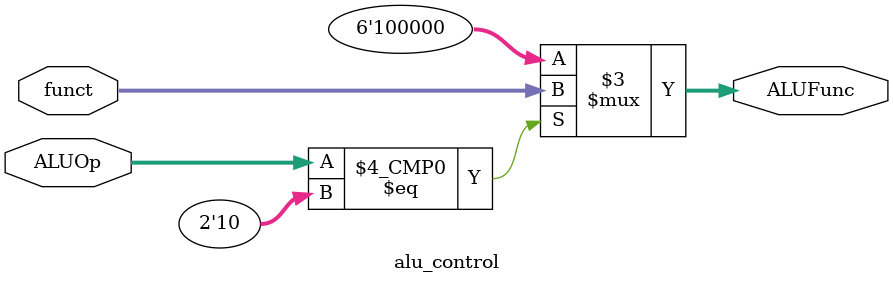
<source format=v>
`timescale 1ns / 1ps

module alu_control (
    input  wire [1:0] ALUOp,
    input  wire [5:0] funct,
    output reg  [5:0] ALUFunc
);

    always @(*) begin
        case (ALUOp)
            2'b00: ALUFunc = 6'b100000; // ADD (lw, sw, addi)
            2'b10: ALUFunc = funct;     // R-type: use funct field

            // Optional (future): branches like BEQ use SUB for compare
            // 2'b01: ALUFunc = 6'b100010; // SUB

            default: ALUFunc = 6'b100000; // safe default = ADD
        endcase
    end

endmodule

</source>
